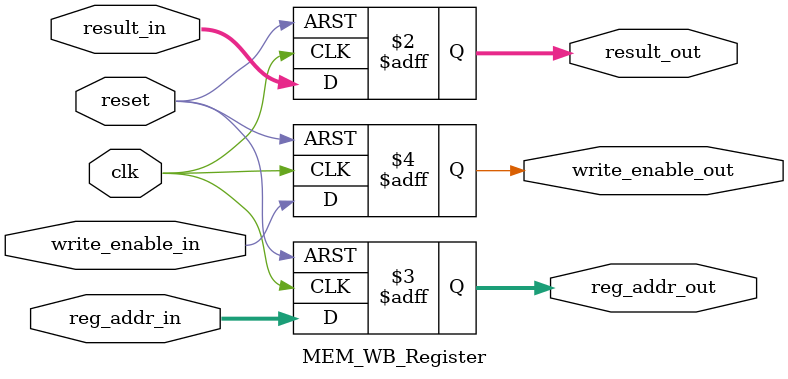
<source format=v>
module MEM_WB_Register (
	input clk,                          
	input reset,                        
													
	// Inputs from MEM
	input [15:0] result_in,     			// Result from either ALU, immediate or MEM
	input [3:0] reg_addr_in,           	// Register address for write-back 
	input write_enable_in,             	// Write enable
	
	// Outputs to Writeback stage
	output reg [15:0] result_out,     	// Result from either ALU, immediate or MEM
	output reg [3:0] reg_addr_out,     	// Register address for Writeback
	output reg write_enable_out	   	// Write enable
	
);

	always @(posedge clk or posedge reset) begin
		if (reset) begin
			// Reset all outputs to default values
			result_out <= 16'b0;
			reg_addr_out <= 4'b0;      
			write_enable_out <= 1'b0;  
		end else begin
			result_out <= result_in;     
			reg_addr_out <= reg_addr_in;  
			write_enable_out <= write_enable_in; 
		end
	end

endmodule

</source>
